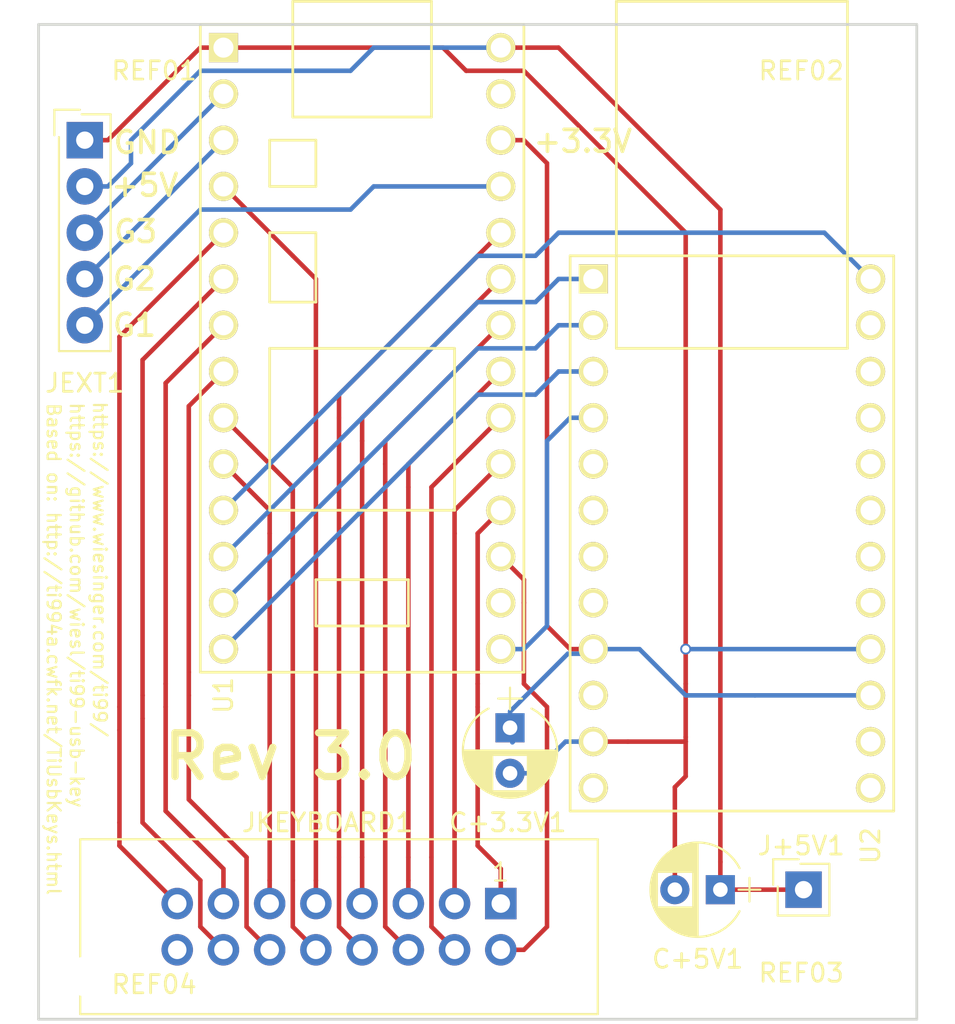
<source format=kicad_pcb>
(kicad_pcb (version 4) (host pcbnew 4.0.7)

  (general
    (links 34)
    (no_connects 0)
    (area 121.5514 74.626399 174.4586 131.188243)
    (thickness 1.6)
    (drawings 14)
    (tracks 166)
    (zones 0)
    (modules 11)
    (nets 45)
  )

  (page A4)
  (title_block
    (title TI99-usb-key)
    (date 2017-09-16)
    (rev 3.0)
  )

  (layers
    (0 F.Cu signal)
    (31 B.Cu signal)
    (32 B.Adhes user)
    (33 F.Adhes user)
    (34 B.Paste user)
    (35 F.Paste user)
    (36 B.SilkS user)
    (37 F.SilkS user)
    (38 B.Mask user)
    (39 F.Mask user)
    (40 Dwgs.User user)
    (41 Cmts.User user)
    (42 Eco1.User user)
    (43 Eco2.User user)
    (44 Edge.Cuts user)
    (45 Margin user)
    (46 B.CrtYd user)
    (47 F.CrtYd user)
    (48 B.Fab user)
    (49 F.Fab user)
  )

  (setup
    (last_trace_width 0.2286)
    (trace_clearance 0.2286)
    (zone_clearance 0.508)
    (zone_45_only no)
    (trace_min 0.2286)
    (segment_width 0.2)
    (edge_width 0.15)
    (via_size 0.6096)
    (via_drill 0.4064)
    (via_min_size 0.4064)
    (via_min_drill 0.3048)
    (uvia_size 0.3048)
    (uvia_drill 0.1016)
    (uvias_allowed no)
    (uvia_min_size 0.254)
    (uvia_min_drill 0.1016)
    (pcb_text_width 0.3)
    (pcb_text_size 1.5 1.5)
    (mod_edge_width 0.15)
    (mod_text_size 1 1)
    (mod_text_width 0.15)
    (pad_size 1.524 1.524)
    (pad_drill 0.762)
    (pad_to_mask_clearance 0.2)
    (aux_axis_origin 123.825 130.81)
    (grid_origin 123.825 130.81)
    (visible_elements 7FFFFFFF)
    (pcbplotparams
      (layerselection 0x010fc_80000001)
      (usegerberextensions true)
      (usegerberattributes true)
      (excludeedgelayer true)
      (linewidth 0.101600)
      (plotframeref false)
      (viasonmask false)
      (mode 1)
      (useauxorigin true)
      (hpglpennumber 1)
      (hpglpenspeed 20)
      (hpglpendiameter 15)
      (hpglpenoverlay 2)
      (psnegative false)
      (psa4output false)
      (plotreference true)
      (plotvalue true)
      (plotinvisibletext false)
      (padsonsilk false)
      (subtractmaskfromsilk true)
      (outputformat 1)
      (mirror false)
      (drillshape 0)
      (scaleselection 1)
      (outputdirectory gerber/))
  )

  (net 0 "")
  (net 1 +5V)
  (net 2 GND)
  (net 3 /INT5)
  (net 4 /INT6)
  (net 5 /2Y3)
  (net 6 /RESERVE2)
  (net 7 /G1)
  (net 8 /AGND)
  (net 9 /RESERVE1)
  (net 10 /G2)
  (net 11 /G3)
  (net 12 /INT8)
  (net 13 /INT4)
  (net 14 /INT3)
  (net 15 /P5)
  (net 16 /INT7)
  (net 17 /1Y1)
  (net 18 /1Y0)
  (net 19 /INT9)
  (net 20 /INT10)
  (net 21 /2Y0)
  (net 22 /2Y1)
  (net 23 /2Y2)
  (net 24 "Net-(JKEYBOARD1-Pad16)")
  (net 25 /SCK)
  (net 26 /MISO)
  (net 27 /+3.3V)
  (net 28 /MOSI)
  (net 29 /SS)
  (net 30 "Net-(U2-Pad5)")
  (net 31 "Net-(U2-Pad6)")
  (net 32 "Net-(U2-Pad7)")
  (net 33 "Net-(U2-Pad8)")
  (net 34 "Net-(U2-Pad10)")
  (net 35 "Net-(U2-Pad12)")
  (net 36 "Net-(U2-Pad13)")
  (net 37 "Net-(U2-Pad14)")
  (net 38 "Net-(U2-Pad17)")
  (net 39 "Net-(U2-Pad18)")
  (net 40 "Net-(U2-Pad19)")
  (net 41 "Net-(U2-Pad20)")
  (net 42 "Net-(U2-Pad21)")
  (net 43 "Net-(U2-Pad22)")
  (net 44 "Net-(U2-Pad23)")

  (net_class Default "This is the default net class."
    (clearance 0.2286)
    (trace_width 0.2286)
    (via_dia 0.6096)
    (via_drill 0.4064)
    (uvia_dia 0.3048)
    (uvia_drill 0.1016)
    (add_net +5V)
    (add_net /+3.3V)
    (add_net /1Y0)
    (add_net /1Y1)
    (add_net /2Y0)
    (add_net /2Y1)
    (add_net /2Y2)
    (add_net /2Y3)
    (add_net /AGND)
    (add_net /G1)
    (add_net /G2)
    (add_net /G3)
    (add_net /INT10)
    (add_net /INT3)
    (add_net /INT4)
    (add_net /INT5)
    (add_net /INT6)
    (add_net /INT7)
    (add_net /INT8)
    (add_net /INT9)
    (add_net /MISO)
    (add_net /MOSI)
    (add_net /P5)
    (add_net /RESERVE1)
    (add_net /RESERVE2)
    (add_net /SCK)
    (add_net /SS)
    (add_net GND)
    (add_net "Net-(JKEYBOARD1-Pad16)")
    (add_net "Net-(U2-Pad10)")
    (add_net "Net-(U2-Pad12)")
    (add_net "Net-(U2-Pad13)")
    (add_net "Net-(U2-Pad14)")
    (add_net "Net-(U2-Pad17)")
    (add_net "Net-(U2-Pad18)")
    (add_net "Net-(U2-Pad19)")
    (add_net "Net-(U2-Pad20)")
    (add_net "Net-(U2-Pad21)")
    (add_net "Net-(U2-Pad22)")
    (add_net "Net-(U2-Pad23)")
    (add_net "Net-(U2-Pad5)")
    (add_net "Net-(U2-Pad6)")
    (add_net "Net-(U2-Pad7)")
    (add_net "Net-(U2-Pad8)")
  )

  (module Mounting_Holes:MountingHole_2.2mm_M2 (layer F.Cu) (tedit 59BD38F0) (tstamp 59B065DA)
    (at 126.4285 128.4605)
    (descr "Mounting Hole 2.2mm, no annular, M2")
    (tags "mounting hole 2.2mm no annular m2")
    (fp_text reference REF04 (at 3.7465 0.4445 180) (layer F.SilkS)
      (effects (font (size 1 1) (thickness 0.15)))
    )
    (fp_text value MountingHole_2.2mm_M2 (at -3.8735 -9.017 90) (layer F.Fab)
      (effects (font (size 1 1) (thickness 0.15)))
    )
    (fp_circle (center 0 0) (end 2.2 0) (layer Cmts.User) (width 0.15))
    (fp_circle (center 0 0) (end 2.45 0) (layer F.CrtYd) (width 0.05))
    (pad 1 np_thru_hole circle (at 0 0) (size 2.2 2.2) (drill 2.2) (layers *.Cu *.Mask))
  )

  (module teensy_mod:Teensy30_31_32_LC_Small (layer F.Cu) (tedit 59AF8887) (tstamp 59AB1EC6)
    (at 141.605 93.98 270)
    (path /59AB20EF)
    (fp_text reference U1 (at 19.05 7.62 270) (layer F.SilkS)
      (effects (font (size 1 1) (thickness 0.15)))
    )
    (fp_text value Teensy3.2_Small (at 7.62 10.16 270) (layer F.Fab)
      (effects (font (size 1 1) (thickness 0.15)))
    )
    (fp_line (start -17.78 3.81) (end -19.05 3.81) (layer F.SilkS) (width 0.15))
    (fp_line (start -19.05 3.81) (end -19.05 -3.81) (layer F.SilkS) (width 0.15))
    (fp_line (start -19.05 -3.81) (end -17.78 -3.81) (layer F.SilkS) (width 0.15))
    (fp_line (start -6.35 5.08) (end -2.54 5.08) (layer F.SilkS) (width 0.15))
    (fp_line (start -2.54 5.08) (end -2.54 2.54) (layer F.SilkS) (width 0.15))
    (fp_line (start -2.54 2.54) (end -6.35 2.54) (layer F.SilkS) (width 0.15))
    (fp_line (start -6.35 2.54) (end -6.35 5.08) (layer F.SilkS) (width 0.15))
    (fp_line (start -12.7 3.81) (end -12.7 -3.81) (layer F.SilkS) (width 0.15))
    (fp_line (start -12.7 -3.81) (end -17.78 -3.81) (layer F.SilkS) (width 0.15))
    (fp_line (start -12.7 3.81) (end -17.78 3.81) (layer F.SilkS) (width 0.15))
    (fp_line (start -11.43 5.08) (end -8.89 5.08) (layer F.SilkS) (width 0.15))
    (fp_line (start -8.89 5.08) (end -8.89 2.54) (layer F.SilkS) (width 0.15))
    (fp_line (start -8.89 2.54) (end -11.43 2.54) (layer F.SilkS) (width 0.15))
    (fp_line (start -11.43 2.54) (end -11.43 5.08) (layer F.SilkS) (width 0.15))
    (fp_line (start 15.24 -2.54) (end 15.24 2.54) (layer F.SilkS) (width 0.15))
    (fp_line (start 15.24 2.54) (end 12.7 2.54) (layer F.SilkS) (width 0.15))
    (fp_line (start 12.7 2.54) (end 12.7 -2.54) (layer F.SilkS) (width 0.15))
    (fp_line (start 12.7 -2.54) (end 15.24 -2.54) (layer F.SilkS) (width 0.15))
    (fp_line (start 8.89 5.08) (end 8.89 -5.08) (layer F.SilkS) (width 0.15))
    (fp_line (start 0 -5.08) (end 0 5.08) (layer F.SilkS) (width 0.15))
    (fp_line (start 8.89 -5.08) (end 0 -5.08) (layer F.SilkS) (width 0.15))
    (fp_line (start 8.89 5.08) (end 0 5.08) (layer F.SilkS) (width 0.15))
    (fp_line (start -17.78 -8.89) (end 17.78 -8.89) (layer F.SilkS) (width 0.15))
    (fp_line (start 17.78 -8.89) (end 17.78 8.89) (layer F.SilkS) (width 0.15))
    (fp_line (start 17.78 8.89) (end -17.78 8.89) (layer F.SilkS) (width 0.15))
    (fp_line (start -17.78 8.89) (end -17.78 -8.89) (layer F.SilkS) (width 0.15))
    (pad 20 thru_hole circle (at 16.51 -7.62 270) (size 1.6 1.6) (drill 1.1) (layers *.Cu *.Mask F.SilkS)
      (net 25 /SCK))
    (pad 14 thru_hole circle (at 16.51 7.62 270) (size 1.6 1.6) (drill 1.1) (layers *.Cu *.Mask F.SilkS)
      (net 26 /MISO))
    (pad 21 thru_hole circle (at 13.97 -7.62 270) (size 1.6 1.6) (drill 1.1) (layers *.Cu *.Mask F.SilkS)
      (net 6 /RESERVE2))
    (pad 22 thru_hole circle (at 11.43 -7.62 270) (size 1.6 1.6) (drill 1.1) (layers *.Cu *.Mask F.SilkS)
      (net 4 /INT6))
    (pad 23 thru_hole circle (at 8.89 -7.62 270) (size 1.6 1.6) (drill 1.1) (layers *.Cu *.Mask F.SilkS)
      (net 3 /INT5))
    (pad 24 thru_hole circle (at 6.35 -7.62 270) (size 1.6 1.6) (drill 1.1) (layers *.Cu *.Mask F.SilkS)
      (net 12 /INT8))
    (pad 25 thru_hole circle (at 3.81 -7.62 270) (size 1.6 1.6) (drill 1.1) (layers *.Cu *.Mask F.SilkS)
      (net 13 /INT4))
    (pad 26 thru_hole circle (at 1.27 -7.62 270) (size 1.6 1.6) (drill 1.1) (layers *.Cu *.Mask F.SilkS)
      (net 14 /INT3))
    (pad 27 thru_hole circle (at -1.27 -7.62 270) (size 1.6 1.6) (drill 1.1) (layers *.Cu *.Mask F.SilkS)
      (net 15 /P5))
    (pad 28 thru_hole circle (at -3.81 -7.62 270) (size 1.6 1.6) (drill 1.1) (layers *.Cu *.Mask F.SilkS)
      (net 16 /INT7))
    (pad 29 thru_hole circle (at -6.35 -7.62 270) (size 1.6 1.6) (drill 1.1) (layers *.Cu *.Mask F.SilkS)
      (net 17 /1Y1))
    (pad 30 thru_hole circle (at -8.89 -7.62 270) (size 1.6 1.6) (drill 1.1) (layers *.Cu *.Mask F.SilkS)
      (net 7 /G1))
    (pad 31 thru_hole circle (at -11.43 -7.62 270) (size 1.6 1.6) (drill 1.1) (layers *.Cu *.Mask F.SilkS)
      (net 27 /+3.3V))
    (pad 32 thru_hole circle (at -13.97 -7.62 270) (size 1.6 1.6) (drill 1.1) (layers *.Cu *.Mask F.SilkS)
      (net 8 /AGND))
    (pad 33 thru_hole circle (at -16.51 -7.62 270) (size 1.6 1.6) (drill 1.1) (layers *.Cu *.Mask F.SilkS)
      (net 1 +5V))
    (pad 13 thru_hole circle (at 13.97 7.62 270) (size 1.6 1.6) (drill 1.1) (layers *.Cu *.Mask F.SilkS)
      (net 28 /MOSI))
    (pad 12 thru_hole circle (at 11.43 7.62 270) (size 1.6 1.6) (drill 1.1) (layers *.Cu *.Mask F.SilkS)
      (net 29 /SS))
    (pad 11 thru_hole circle (at 8.89 7.62 270) (size 1.6 1.6) (drill 1.1) (layers *.Cu *.Mask F.SilkS)
      (net 9 /RESERVE1))
    (pad 10 thru_hole circle (at 6.35 7.62 270) (size 1.6 1.6) (drill 1.1) (layers *.Cu *.Mask F.SilkS)
      (net 20 /INT10))
    (pad 9 thru_hole circle (at 3.81 7.62 270) (size 1.6 1.6) (drill 1.1) (layers *.Cu *.Mask F.SilkS)
      (net 19 /INT9))
    (pad 8 thru_hole circle (at 1.27 7.62 270) (size 1.6 1.6) (drill 1.1) (layers *.Cu *.Mask F.SilkS)
      (net 21 /2Y0))
    (pad 7 thru_hole circle (at -1.27 7.62 270) (size 1.6 1.6) (drill 1.1) (layers *.Cu *.Mask F.SilkS)
      (net 22 /2Y1))
    (pad 6 thru_hole circle (at -3.81 7.62 270) (size 1.6 1.6) (drill 1.1) (layers *.Cu *.Mask F.SilkS)
      (net 23 /2Y2))
    (pad 5 thru_hole circle (at -6.35 7.62 270) (size 1.6 1.6) (drill 1.1) (layers *.Cu *.Mask F.SilkS)
      (net 5 /2Y3))
    (pad 4 thru_hole circle (at -8.89 7.62 270) (size 1.6 1.6) (drill 1.1) (layers *.Cu *.Mask F.SilkS)
      (net 18 /1Y0))
    (pad 3 thru_hole circle (at -11.43 7.62 270) (size 1.6 1.6) (drill 1.1) (layers *.Cu *.Mask F.SilkS)
      (net 10 /G2))
    (pad 2 thru_hole circle (at -13.97 7.62 270) (size 1.6 1.6) (drill 1.1) (layers *.Cu *.Mask F.SilkS)
      (net 11 /G3))
    (pad 1 thru_hole rect (at -16.51 7.62 270) (size 1.6 1.6) (drill 1.1) (layers *.Cu *.Mask F.SilkS)
      (net 2 GND))
  )

  (module Connect:IDC_Header_Straight_16pins (layer F.Cu) (tedit 59BD384F) (tstamp 59AD99FD)
    (at 149.225 124.46 180)
    (descr "16 pins through hole IDC header")
    (tags "IDC header socket VASCH")
    (path /59AB0B15)
    (fp_text reference JKEYBOARD1 (at 9.525 4.445 180) (layer F.SilkS)
      (effects (font (size 1 1) (thickness 0.15)))
    )
    (fp_text value CONN_02X08 (at 8.89 5.223 180) (layer F.Fab)
      (effects (font (size 1 1) (thickness 0.15)))
    )
    (fp_line (start -5.08 -5.82) (end 22.86 -5.82) (layer F.Fab) (width 0.1))
    (fp_line (start -4.54 -5.27) (end 22.3 -5.27) (layer F.Fab) (width 0.1))
    (fp_line (start -5.08 3.28) (end 22.86 3.28) (layer F.Fab) (width 0.1))
    (fp_line (start -4.54 2.73) (end 6.64 2.73) (layer F.Fab) (width 0.1))
    (fp_line (start 11.14 2.73) (end 22.3 2.73) (layer F.Fab) (width 0.1))
    (fp_line (start 6.64 2.73) (end 6.64 3.28) (layer F.Fab) (width 0.1))
    (fp_line (start 11.14 2.73) (end 11.14 3.28) (layer F.Fab) (width 0.1))
    (fp_line (start -5.08 -5.82) (end -5.08 3.28) (layer F.Fab) (width 0.1))
    (fp_line (start -4.54 -5.27) (end -4.54 2.73) (layer F.Fab) (width 0.1))
    (fp_line (start 22.86 -5.82) (end 22.86 3.28) (layer F.Fab) (width 0.1))
    (fp_line (start 22.3 -5.27) (end 22.3 2.73) (layer F.Fab) (width 0.1))
    (fp_line (start -5.08 -5.82) (end -4.54 -5.27) (layer F.Fab) (width 0.1))
    (fp_line (start 22.86 -5.82) (end 22.3 -5.27) (layer F.Fab) (width 0.1))
    (fp_line (start -5.08 3.28) (end -4.54 2.73) (layer F.Fab) (width 0.1))
    (fp_line (start 22.86 3.28) (end 22.3 2.73) (layer F.Fab) (width 0.1))
    (fp_line (start -5.58 -6.32) (end 23.36 -6.32) (layer F.CrtYd) (width 0.05))
    (fp_line (start 23.36 -6.32) (end 23.36 3.78) (layer F.CrtYd) (width 0.05))
    (fp_line (start 23.36 3.78) (end -5.58 3.78) (layer F.CrtYd) (width 0.05))
    (fp_line (start -5.58 3.78) (end -5.58 -6.32) (layer F.CrtYd) (width 0.05))
    (fp_text user 1 (at 0.02 1.72 180) (layer F.SilkS)
      (effects (font (size 1 1) (thickness 0.12)))
    )
    (fp_line (start -5.33 -6.07) (end 23.11 -6.07) (layer F.SilkS) (width 0.12))
    (fp_line (start 23.11 -6.07) (end 23.11 3.53) (layer F.SilkS) (width 0.12))
    (fp_line (start 23.11 3.53) (end -5.33 3.53) (layer F.SilkS) (width 0.12))
    (fp_line (start -5.33 3.53) (end -5.33 -6.07) (layer F.SilkS) (width 0.12))
    (pad 1 thru_hole rect (at 0 0 180) (size 1.7272 1.7272) (drill 1.016) (layers *.Cu *.Mask)
      (net 3 /INT5))
    (pad 2 thru_hole oval (at 0 -2.54 180) (size 1.7272 1.7272) (drill 1.016) (layers *.Cu *.Mask)
      (net 4 /INT6))
    (pad 3 thru_hole oval (at 2.54 0 180) (size 1.7272 1.7272) (drill 1.016) (layers *.Cu *.Mask)
      (net 12 /INT8))
    (pad 4 thru_hole oval (at 2.54 -2.54 180) (size 1.7272 1.7272) (drill 1.016) (layers *.Cu *.Mask)
      (net 13 /INT4))
    (pad 5 thru_hole oval (at 5.08 0 180) (size 1.7272 1.7272) (drill 1.016) (layers *.Cu *.Mask)
      (net 14 /INT3))
    (pad 6 thru_hole oval (at 5.08 -2.54 180) (size 1.7272 1.7272) (drill 1.016) (layers *.Cu *.Mask)
      (net 15 /P5))
    (pad 7 thru_hole oval (at 7.62 0 180) (size 1.7272 1.7272) (drill 1.016) (layers *.Cu *.Mask)
      (net 16 /INT7))
    (pad 8 thru_hole oval (at 7.62 -2.54 180) (size 1.7272 1.7272) (drill 1.016) (layers *.Cu *.Mask)
      (net 17 /1Y1))
    (pad 9 thru_hole oval (at 10.16 0 180) (size 1.7272 1.7272) (drill 1.016) (layers *.Cu *.Mask)
      (net 18 /1Y0))
    (pad 10 thru_hole oval (at 10.16 -2.54 180) (size 1.7272 1.7272) (drill 1.016) (layers *.Cu *.Mask)
      (net 19 /INT9))
    (pad 11 thru_hole oval (at 12.7 0 180) (size 1.7272 1.7272) (drill 1.016) (layers *.Cu *.Mask)
      (net 20 /INT10))
    (pad 12 thru_hole oval (at 12.7 -2.54 180) (size 1.7272 1.7272) (drill 1.016) (layers *.Cu *.Mask)
      (net 21 /2Y0))
    (pad 13 thru_hole oval (at 15.24 0 180) (size 1.7272 1.7272) (drill 1.016) (layers *.Cu *.Mask)
      (net 22 /2Y1))
    (pad 14 thru_hole oval (at 15.24 -2.54 180) (size 1.7272 1.7272) (drill 1.016) (layers *.Cu *.Mask)
      (net 23 /2Y2))
    (pad 15 thru_hole oval (at 17.78 0 180) (size 1.7272 1.7272) (drill 1.016) (layers *.Cu *.Mask)
      (net 5 /2Y3))
    (pad 16 thru_hole oval (at 17.78 -2.54 180) (size 1.7272 1.7272) (drill 1.016) (layers *.Cu *.Mask)
      (net 24 "Net-(JKEYBOARD1-Pad16)"))
  )

  (module Mounting_Holes:MountingHole_2.2mm_M2 (layer F.Cu) (tedit 59BD38BF) (tstamp 59AE390E)
    (at 169.545 128.27)
    (descr "Mounting Hole 2.2mm, no annular, M2")
    (tags "mounting hole 2.2mm no annular m2")
    (fp_text reference REF03 (at -3.81 0 180) (layer F.SilkS)
      (effects (font (size 1 1) (thickness 0.15)))
    )
    (fp_text value MountingHole_2.2mm_M2 (at 3.683 -6.6675 90) (layer F.Fab)
      (effects (font (size 1 1) (thickness 0.15)))
    )
    (fp_circle (center 0 0) (end 2.2 0) (layer Cmts.User) (width 0.15))
    (fp_circle (center 0 0) (end 2.45 0) (layer F.CrtYd) (width 0.05))
    (pad 1 np_thru_hole circle (at 0 0) (size 2.2 2.2) (drill 2.2) (layers *.Cu *.Mask))
  )

  (module Mounting_Holes:MountingHole_2.2mm_M2 (layer F.Cu) (tedit 59BD38CF) (tstamp 59AE395D)
    (at 169.545 78.74)
    (descr "Mounting Hole 2.2mm, no annular, M2")
    (tags "mounting hole 2.2mm no annular m2")
    (fp_text reference REF02 (at -3.81 0) (layer F.SilkS)
      (effects (font (size 1 1) (thickness 0.15)))
    )
    (fp_text value MountingHole_2.2mm_M2 (at 3.81 6.35 90) (layer F.Fab)
      (effects (font (size 1 1) (thickness 0.15)))
    )
    (fp_circle (center 0 0) (end 2.2 0) (layer Cmts.User) (width 0.15))
    (fp_circle (center 0 0) (end 2.45 0) (layer F.CrtYd) (width 0.05))
    (pad 1 np_thru_hole circle (at 0 0) (size 2.2 2.2) (drill 2.2) (layers *.Cu *.Mask))
  )

  (module Mounting_Holes:MountingHole_2.2mm_M2 (layer F.Cu) (tedit 59BD3816) (tstamp 59AE3967)
    (at 126.365 78.74)
    (descr "Mounting Hole 2.2mm, no annular, M2")
    (tags "mounting hole 2.2mm no annular m2")
    (fp_text reference REF01 (at 3.81 0) (layer F.SilkS)
      (effects (font (size 1 1) (thickness 0.15)))
    )
    (fp_text value MountingHole_2.2mm_M2 (at -3.81 6.985 90) (layer F.Fab)
      (effects (font (size 1 1) (thickness 0.15)))
    )
    (fp_circle (center 0 0) (end 2.2 0) (layer Cmts.User) (width 0.15))
    (fp_circle (center 0 0) (end 2.45 0) (layer F.CrtYd) (width 0.05))
    (pad 1 np_thru_hole circle (at 0 0) (size 2.2 2.2) (drill 2.2) (layers *.Cu *.Mask))
  )

  (module Connectors_Samtec:SL-105-X-XX_1x05 (layer F.Cu) (tedit 59BD3827) (tstamp 59AEEC58)
    (at 126.365 82.55)
    (descr "Low profile, screw machine socket strip, through hole, 100mil / 2.54mm pitch")
    (tags "samtec socket strip tht single")
    (path /59ADAAAE)
    (fp_text reference JEXT1 (at 0 13.335 180) (layer F.SilkS)
      (effects (font (size 1 1) (thickness 0.15)))
    )
    (fp_text value Conn_01x05 (at 2.27 5.08 90) (layer F.Fab)
      (effects (font (size 1 1) (thickness 0.15)))
    )
    (fp_line (start -0.17 -1.42) (end 1.42 -1.42) (layer F.SilkS) (width 0.12))
    (fp_line (start 1.42 -1.42) (end 1.42 11.58) (layer F.SilkS) (width 0.12))
    (fp_line (start 1.42 11.58) (end -1.42 11.58) (layer F.SilkS) (width 0.12))
    (fp_line (start -1.42 11.58) (end -1.42 -0.17) (layer F.SilkS) (width 0.12))
    (fp_line (start -0.27 -1.67) (end -1.67 -1.67) (layer F.SilkS) (width 0.12))
    (fp_line (start -1.67 -1.67) (end -1.67 -0.27) (layer F.SilkS) (width 0.12))
    (fp_line (start -0.27 -1.67) (end -1.67 -1.67) (layer F.Fab) (width 0.1))
    (fp_line (start -1.67 -1.67) (end -1.67 -0.27) (layer F.Fab) (width 0.1))
    (fp_line (start -1.27 -1.27) (end -1.27 11.43) (layer F.Fab) (width 0.1))
    (fp_line (start -1.27 11.43) (end 1.27 11.43) (layer F.Fab) (width 0.1))
    (fp_line (start 1.27 11.43) (end 1.27 -1.27) (layer F.Fab) (width 0.1))
    (fp_line (start 1.27 -1.27) (end -1.27 -1.27) (layer F.Fab) (width 0.1))
    (fp_line (start -1.77 -1.77) (end -1.77 11.93) (layer F.CrtYd) (width 0.05))
    (fp_line (start -1.77 11.93) (end 1.77 11.93) (layer F.CrtYd) (width 0.05))
    (fp_line (start 1.77 11.93) (end 1.77 -1.77) (layer F.CrtYd) (width 0.05))
    (fp_line (start 1.77 -1.77) (end -1.77 -1.77) (layer F.CrtYd) (width 0.05))
    (fp_line (start -1.27 1.27) (end -1.07 1.27) (layer F.Fab) (width 0.1))
    (fp_line (start 1.27 1.27) (end 1.07 1.27) (layer F.Fab) (width 0.1))
    (fp_line (start -1.27 3.81) (end -1.07 3.81) (layer F.Fab) (width 0.1))
    (fp_line (start 1.27 3.81) (end 1.07 3.81) (layer F.Fab) (width 0.1))
    (fp_line (start -1.27 6.35) (end -1.07 6.35) (layer F.Fab) (width 0.1))
    (fp_line (start 1.27 6.35) (end 1.07 6.35) (layer F.Fab) (width 0.1))
    (fp_line (start -1.27 8.89) (end -1.07 8.89) (layer F.Fab) (width 0.1))
    (fp_line (start 1.27 8.89) (end 1.07 8.89) (layer F.Fab) (width 0.1))
    (fp_line (start -1.27 11.43) (end -1.07 11.43) (layer F.Fab) (width 0.1))
    (fp_line (start 1.27 11.43) (end 1.07 11.43) (layer F.Fab) (width 0.1))
    (fp_text user %R (at 0 13.335 180) (layer F.Fab)
      (effects (font (size 1 1) (thickness 0.15)))
    )
    (pad 1 thru_hole rect (at 0 0) (size 2 2) (drill 0.95) (layers *.Cu *.Mask)
      (net 2 GND))
    (pad 2 thru_hole circle (at 0 2.54) (size 2 2) (drill 0.95) (layers *.Cu *.Mask)
      (net 1 +5V))
    (pad 3 thru_hole circle (at 0 5.08) (size 2 2) (drill 0.95) (layers *.Cu *.Mask)
      (net 11 /G3))
    (pad 4 thru_hole circle (at 0 7.62) (size 2 2) (drill 0.95) (layers *.Cu *.Mask)
      (net 10 /G2))
    (pad 5 thru_hole circle (at 0 10.16) (size 2 2) (drill 0.95) (layers *.Cu *.Mask)
      (net 7 /G1))
    (model ${KISYS3DMOD}/Connectors_Samtec.3dshapes/SL-105-X-XX_1x05.wrl
      (at (xyz 0 0 0))
      (scale (xyz 1 1 1))
      (rotate (xyz 0 0 0))
    )
  )

  (module UHS_mini_pro:UHS_mini_pro (layer F.Cu) (tedit 59BD3887) (tstamp 59B05762)
    (at 161.925 104.14 270)
    (path /59B05092)
    (fp_text reference U2 (at 17.145 -7.62 270) (layer F.SilkS)
      (effects (font (size 1 1) (thickness 0.15)))
    )
    (fp_text value UHS_mini_pro (at 2.54 10.16 270) (layer F.Fab)
      (effects (font (size 1 1) (thickness 0.15)))
    )
    (fp_line (start -10.16 -6.35) (end -29.21 -6.35) (layer F.SilkS) (width 0.15))
    (fp_line (start -29.21 -6.35) (end -29.21 6.35) (layer F.SilkS) (width 0.15))
    (fp_line (start -29.21 6.35) (end -10.16 6.35) (layer F.SilkS) (width 0.15))
    (fp_line (start -10.16 -6.35) (end -10.16 6.35) (layer F.SilkS) (width 0.15))
    (fp_line (start -15.24 8.89) (end 15.24 8.89) (layer F.SilkS) (width 0.15))
    (fp_line (start -15.24 -8.89) (end 15.24 -8.89) (layer F.SilkS) (width 0.15))
    (fp_line (start 15.24 -8.89) (end 15.24 8.89) (layer F.SilkS) (width 0.15))
    (fp_line (start -15.24 8.89) (end -15.24 -8.89) (layer F.SilkS) (width 0.15))
    (pad 1 thru_hole rect (at -13.97 7.62 270) (size 1.6 1.6) (drill 1.1) (layers *.Cu *.Mask F.SilkS)
      (net 29 /SS))
    (pad 2 thru_hole circle (at -11.43 7.62 270) (size 1.6 1.6) (drill 1.1) (layers *.Cu *.Mask F.SilkS)
      (net 28 /MOSI))
    (pad 3 thru_hole circle (at -8.89 7.62 270) (size 1.6 1.6) (drill 1.1) (layers *.Cu *.Mask F.SilkS)
      (net 26 /MISO))
    (pad 4 thru_hole circle (at -6.35 7.62 270) (size 1.6 1.6) (drill 1.1) (layers *.Cu *.Mask F.SilkS)
      (net 25 /SCK))
    (pad 5 thru_hole circle (at -3.81 7.62 270) (size 1.6 1.6) (drill 1.1) (layers *.Cu *.Mask F.SilkS)
      (net 30 "Net-(U2-Pad5)"))
    (pad 6 thru_hole circle (at -1.27 7.62 270) (size 1.6 1.6) (drill 1.1) (layers *.Cu *.Mask F.SilkS)
      (net 31 "Net-(U2-Pad6)"))
    (pad 7 thru_hole circle (at 1.27 7.62 270) (size 1.6 1.6) (drill 1.1) (layers *.Cu *.Mask F.SilkS)
      (net 32 "Net-(U2-Pad7)"))
    (pad 8 thru_hole circle (at 3.81 7.62 270) (size 1.6 1.6) (drill 1.1) (layers *.Cu *.Mask F.SilkS)
      (net 33 "Net-(U2-Pad8)"))
    (pad 9 thru_hole circle (at 6.35 7.62 270) (size 1.6 1.6) (drill 1.1) (layers *.Cu *.Mask F.SilkS)
      (net 27 /+3.3V))
    (pad 10 thru_hole circle (at 8.89 7.62 270) (size 1.6 1.6) (drill 1.1) (layers *.Cu *.Mask F.SilkS)
      (net 34 "Net-(U2-Pad10)"))
    (pad 11 thru_hole circle (at 11.43 7.62 270) (size 1.6 1.6) (drill 1.1) (layers *.Cu *.Mask F.SilkS)
      (net 2 GND))
    (pad 12 thru_hole circle (at 13.97 7.62 270) (size 1.6 1.6) (drill 1.1) (layers *.Cu *.Mask F.SilkS)
      (net 35 "Net-(U2-Pad12)"))
    (pad 13 thru_hole circle (at 13.97 -7.62 270) (size 1.6 1.6) (drill 1.1) (layers *.Cu *.Mask F.SilkS)
      (net 36 "Net-(U2-Pad13)"))
    (pad 14 thru_hole circle (at 11.43 -7.62 270) (size 1.6 1.6) (drill 1.1) (layers *.Cu *.Mask F.SilkS)
      (net 37 "Net-(U2-Pad14)"))
    (pad 15 thru_hole circle (at 8.89 -7.62 270) (size 1.6 1.6) (drill 1.1) (layers *.Cu *.Mask F.SilkS)
      (net 27 /+3.3V))
    (pad 16 thru_hole circle (at 6.35 -7.62 270) (size 1.6 1.6) (drill 1.1) (layers *.Cu *.Mask F.SilkS)
      (net 2 GND))
    (pad 17 thru_hole circle (at 3.81 -7.62 270) (size 1.6 1.6) (drill 1.1) (layers *.Cu *.Mask F.SilkS)
      (net 38 "Net-(U2-Pad17)"))
    (pad 18 thru_hole circle (at 1.27 -7.62 270) (size 1.6 1.6) (drill 1.1) (layers *.Cu *.Mask F.SilkS)
      (net 39 "Net-(U2-Pad18)"))
    (pad 19 thru_hole circle (at -1.27 -7.62 270) (size 1.6 1.6) (drill 1.1) (layers *.Cu *.Mask F.SilkS)
      (net 40 "Net-(U2-Pad19)"))
    (pad 20 thru_hole circle (at -3.81 -7.62 270) (size 1.6 1.6) (drill 1.1) (layers *.Cu *.Mask F.SilkS)
      (net 41 "Net-(U2-Pad20)"))
    (pad 21 thru_hole circle (at -6.35 -7.62 270) (size 1.6 1.6) (drill 1.1) (layers *.Cu *.Mask F.SilkS)
      (net 42 "Net-(U2-Pad21)"))
    (pad 22 thru_hole circle (at -8.89 -7.62 270) (size 1.6 1.6) (drill 1.1) (layers *.Cu *.Mask F.SilkS)
      (net 43 "Net-(U2-Pad22)"))
    (pad 23 thru_hole circle (at -11.43 -7.62 270) (size 1.6 1.6) (drill 1.1) (layers *.Cu *.Mask F.SilkS)
      (net 44 "Net-(U2-Pad23)"))
    (pad 24 thru_hole circle (at -13.97 -7.62 270) (size 1.6 1.6) (drill 1.1) (layers *.Cu *.Mask F.SilkS)
      (net 9 /RESERVE1))
  )

  (module Capacitors_THT:CP_Radial_D5.0mm_P2.50mm (layer F.Cu) (tedit 59B05A36) (tstamp 59B05914)
    (at 161.29 123.698 180)
    (descr "CP, Radial series, Radial, pin pitch=2.50mm, , diameter=5mm, Electrolytic Capacitor")
    (tags "CP Radial series Radial pin pitch 2.50mm  diameter 5mm Electrolytic Capacitor")
    (path /59AB266F)
    (fp_text reference C+5V1 (at 1.25 -3.81 180) (layer F.SilkS)
      (effects (font (size 1 1) (thickness 0.15)))
    )
    (fp_text value 10uF (at 4.953 0.254 270) (layer F.Fab)
      (effects (font (size 1 1) (thickness 0.15)))
    )
    (fp_arc (start 1.25 0) (end -1.05558 -1.18) (angle 125.8) (layer F.SilkS) (width 0.12))
    (fp_arc (start 1.25 0) (end -1.05558 1.18) (angle -125.8) (layer F.SilkS) (width 0.12))
    (fp_arc (start 1.25 0) (end 3.55558 -1.18) (angle 54.2) (layer F.SilkS) (width 0.12))
    (fp_circle (center 1.25 0) (end 3.75 0) (layer F.Fab) (width 0.1))
    (fp_line (start -2.2 0) (end -1 0) (layer F.Fab) (width 0.1))
    (fp_line (start -1.6 -0.65) (end -1.6 0.65) (layer F.Fab) (width 0.1))
    (fp_line (start 1.25 -2.55) (end 1.25 2.55) (layer F.SilkS) (width 0.12))
    (fp_line (start 1.29 -2.55) (end 1.29 2.55) (layer F.SilkS) (width 0.12))
    (fp_line (start 1.33 -2.549) (end 1.33 2.549) (layer F.SilkS) (width 0.12))
    (fp_line (start 1.37 -2.548) (end 1.37 2.548) (layer F.SilkS) (width 0.12))
    (fp_line (start 1.41 -2.546) (end 1.41 2.546) (layer F.SilkS) (width 0.12))
    (fp_line (start 1.45 -2.543) (end 1.45 2.543) (layer F.SilkS) (width 0.12))
    (fp_line (start 1.49 -2.539) (end 1.49 2.539) (layer F.SilkS) (width 0.12))
    (fp_line (start 1.53 -2.535) (end 1.53 -0.98) (layer F.SilkS) (width 0.12))
    (fp_line (start 1.53 0.98) (end 1.53 2.535) (layer F.SilkS) (width 0.12))
    (fp_line (start 1.57 -2.531) (end 1.57 -0.98) (layer F.SilkS) (width 0.12))
    (fp_line (start 1.57 0.98) (end 1.57 2.531) (layer F.SilkS) (width 0.12))
    (fp_line (start 1.61 -2.525) (end 1.61 -0.98) (layer F.SilkS) (width 0.12))
    (fp_line (start 1.61 0.98) (end 1.61 2.525) (layer F.SilkS) (width 0.12))
    (fp_line (start 1.65 -2.519) (end 1.65 -0.98) (layer F.SilkS) (width 0.12))
    (fp_line (start 1.65 0.98) (end 1.65 2.519) (layer F.SilkS) (width 0.12))
    (fp_line (start 1.69 -2.513) (end 1.69 -0.98) (layer F.SilkS) (width 0.12))
    (fp_line (start 1.69 0.98) (end 1.69 2.513) (layer F.SilkS) (width 0.12))
    (fp_line (start 1.73 -2.506) (end 1.73 -0.98) (layer F.SilkS) (width 0.12))
    (fp_line (start 1.73 0.98) (end 1.73 2.506) (layer F.SilkS) (width 0.12))
    (fp_line (start 1.77 -2.498) (end 1.77 -0.98) (layer F.SilkS) (width 0.12))
    (fp_line (start 1.77 0.98) (end 1.77 2.498) (layer F.SilkS) (width 0.12))
    (fp_line (start 1.81 -2.489) (end 1.81 -0.98) (layer F.SilkS) (width 0.12))
    (fp_line (start 1.81 0.98) (end 1.81 2.489) (layer F.SilkS) (width 0.12))
    (fp_line (start 1.85 -2.48) (end 1.85 -0.98) (layer F.SilkS) (width 0.12))
    (fp_line (start 1.85 0.98) (end 1.85 2.48) (layer F.SilkS) (width 0.12))
    (fp_line (start 1.89 -2.47) (end 1.89 -0.98) (layer F.SilkS) (width 0.12))
    (fp_line (start 1.89 0.98) (end 1.89 2.47) (layer F.SilkS) (width 0.12))
    (fp_line (start 1.93 -2.46) (end 1.93 -0.98) (layer F.SilkS) (width 0.12))
    (fp_line (start 1.93 0.98) (end 1.93 2.46) (layer F.SilkS) (width 0.12))
    (fp_line (start 1.971 -2.448) (end 1.971 -0.98) (layer F.SilkS) (width 0.12))
    (fp_line (start 1.971 0.98) (end 1.971 2.448) (layer F.SilkS) (width 0.12))
    (fp_line (start 2.011 -2.436) (end 2.011 -0.98) (layer F.SilkS) (width 0.12))
    (fp_line (start 2.011 0.98) (end 2.011 2.436) (layer F.SilkS) (width 0.12))
    (fp_line (start 2.051 -2.424) (end 2.051 -0.98) (layer F.SilkS) (width 0.12))
    (fp_line (start 2.051 0.98) (end 2.051 2.424) (layer F.SilkS) (width 0.12))
    (fp_line (start 2.091 -2.41) (end 2.091 -0.98) (layer F.SilkS) (width 0.12))
    (fp_line (start 2.091 0.98) (end 2.091 2.41) (layer F.SilkS) (width 0.12))
    (fp_line (start 2.131 -2.396) (end 2.131 -0.98) (layer F.SilkS) (width 0.12))
    (fp_line (start 2.131 0.98) (end 2.131 2.396) (layer F.SilkS) (width 0.12))
    (fp_line (start 2.171 -2.382) (end 2.171 -0.98) (layer F.SilkS) (width 0.12))
    (fp_line (start 2.171 0.98) (end 2.171 2.382) (layer F.SilkS) (width 0.12))
    (fp_line (start 2.211 -2.366) (end 2.211 -0.98) (layer F.SilkS) (width 0.12))
    (fp_line (start 2.211 0.98) (end 2.211 2.366) (layer F.SilkS) (width 0.12))
    (fp_line (start 2.251 -2.35) (end 2.251 -0.98) (layer F.SilkS) (width 0.12))
    (fp_line (start 2.251 0.98) (end 2.251 2.35) (layer F.SilkS) (width 0.12))
    (fp_line (start 2.291 -2.333) (end 2.291 -0.98) (layer F.SilkS) (width 0.12))
    (fp_line (start 2.291 0.98) (end 2.291 2.333) (layer F.SilkS) (width 0.12))
    (fp_line (start 2.331 -2.315) (end 2.331 -0.98) (layer F.SilkS) (width 0.12))
    (fp_line (start 2.331 0.98) (end 2.331 2.315) (layer F.SilkS) (width 0.12))
    (fp_line (start 2.371 -2.296) (end 2.371 -0.98) (layer F.SilkS) (width 0.12))
    (fp_line (start 2.371 0.98) (end 2.371 2.296) (layer F.SilkS) (width 0.12))
    (fp_line (start 2.411 -2.276) (end 2.411 -0.98) (layer F.SilkS) (width 0.12))
    (fp_line (start 2.411 0.98) (end 2.411 2.276) (layer F.SilkS) (width 0.12))
    (fp_line (start 2.451 -2.256) (end 2.451 -0.98) (layer F.SilkS) (width 0.12))
    (fp_line (start 2.451 0.98) (end 2.451 2.256) (layer F.SilkS) (width 0.12))
    (fp_line (start 2.491 -2.234) (end 2.491 -0.98) (layer F.SilkS) (width 0.12))
    (fp_line (start 2.491 0.98) (end 2.491 2.234) (layer F.SilkS) (width 0.12))
    (fp_line (start 2.531 -2.212) (end 2.531 -0.98) (layer F.SilkS) (width 0.12))
    (fp_line (start 2.531 0.98) (end 2.531 2.212) (layer F.SilkS) (width 0.12))
    (fp_line (start 2.571 -2.189) (end 2.571 -0.98) (layer F.SilkS) (width 0.12))
    (fp_line (start 2.571 0.98) (end 2.571 2.189) (layer F.SilkS) (width 0.12))
    (fp_line (start 2.611 -2.165) (end 2.611 -0.98) (layer F.SilkS) (width 0.12))
    (fp_line (start 2.611 0.98) (end 2.611 2.165) (layer F.SilkS) (width 0.12))
    (fp_line (start 2.651 -2.14) (end 2.651 -0.98) (layer F.SilkS) (width 0.12))
    (fp_line (start 2.651 0.98) (end 2.651 2.14) (layer F.SilkS) (width 0.12))
    (fp_line (start 2.691 -2.113) (end 2.691 -0.98) (layer F.SilkS) (width 0.12))
    (fp_line (start 2.691 0.98) (end 2.691 2.113) (layer F.SilkS) (width 0.12))
    (fp_line (start 2.731 -2.086) (end 2.731 -0.98) (layer F.SilkS) (width 0.12))
    (fp_line (start 2.731 0.98) (end 2.731 2.086) (layer F.SilkS) (width 0.12))
    (fp_line (start 2.771 -2.058) (end 2.771 -0.98) (layer F.SilkS) (width 0.12))
    (fp_line (start 2.771 0.98) (end 2.771 2.058) (layer F.SilkS) (width 0.12))
    (fp_line (start 2.811 -2.028) (end 2.811 -0.98) (layer F.SilkS) (width 0.12))
    (fp_line (start 2.811 0.98) (end 2.811 2.028) (layer F.SilkS) (width 0.12))
    (fp_line (start 2.851 -1.997) (end 2.851 -0.98) (layer F.SilkS) (width 0.12))
    (fp_line (start 2.851 0.98) (end 2.851 1.997) (layer F.SilkS) (width 0.12))
    (fp_line (start 2.891 -1.965) (end 2.891 -0.98) (layer F.SilkS) (width 0.12))
    (fp_line (start 2.891 0.98) (end 2.891 1.965) (layer F.SilkS) (width 0.12))
    (fp_line (start 2.931 -1.932) (end 2.931 -0.98) (layer F.SilkS) (width 0.12))
    (fp_line (start 2.931 0.98) (end 2.931 1.932) (layer F.SilkS) (width 0.12))
    (fp_line (start 2.971 -1.897) (end 2.971 -0.98) (layer F.SilkS) (width 0.12))
    (fp_line (start 2.971 0.98) (end 2.971 1.897) (layer F.SilkS) (width 0.12))
    (fp_line (start 3.011 -1.861) (end 3.011 -0.98) (layer F.SilkS) (width 0.12))
    (fp_line (start 3.011 0.98) (end 3.011 1.861) (layer F.SilkS) (width 0.12))
    (fp_line (start 3.051 -1.823) (end 3.051 -0.98) (layer F.SilkS) (width 0.12))
    (fp_line (start 3.051 0.98) (end 3.051 1.823) (layer F.SilkS) (width 0.12))
    (fp_line (start 3.091 -1.783) (end 3.091 -0.98) (layer F.SilkS) (width 0.12))
    (fp_line (start 3.091 0.98) (end 3.091 1.783) (layer F.SilkS) (width 0.12))
    (fp_line (start 3.131 -1.742) (end 3.131 -0.98) (layer F.SilkS) (width 0.12))
    (fp_line (start 3.131 0.98) (end 3.131 1.742) (layer F.SilkS) (width 0.12))
    (fp_line (start 3.171 -1.699) (end 3.171 -0.98) (layer F.SilkS) (width 0.12))
    (fp_line (start 3.171 0.98) (end 3.171 1.699) (layer F.SilkS) (width 0.12))
    (fp_line (start 3.211 -1.654) (end 3.211 -0.98) (layer F.SilkS) (width 0.12))
    (fp_line (start 3.211 0.98) (end 3.211 1.654) (layer F.SilkS) (width 0.12))
    (fp_line (start 3.251 -1.606) (end 3.251 -0.98) (layer F.SilkS) (width 0.12))
    (fp_line (start 3.251 0.98) (end 3.251 1.606) (layer F.SilkS) (width 0.12))
    (fp_line (start 3.291 -1.556) (end 3.291 -0.98) (layer F.SilkS) (width 0.12))
    (fp_line (start 3.291 0.98) (end 3.291 1.556) (layer F.SilkS) (width 0.12))
    (fp_line (start 3.331 -1.504) (end 3.331 -0.98) (layer F.SilkS) (width 0.12))
    (fp_line (start 3.331 0.98) (end 3.331 1.504) (layer F.SilkS) (width 0.12))
    (fp_line (start 3.371 -1.448) (end 3.371 -0.98) (layer F.SilkS) (width 0.12))
    (fp_line (start 3.371 0.98) (end 3.371 1.448) (layer F.SilkS) (width 0.12))
    (fp_line (start 3.411 -1.39) (end 3.411 -0.98) (layer F.SilkS) (width 0.12))
    (fp_line (start 3.411 0.98) (end 3.411 1.39) (layer F.SilkS) (width 0.12))
    (fp_line (start 3.451 -1.327) (end 3.451 -0.98) (layer F.SilkS) (width 0.12))
    (fp_line (start 3.451 0.98) (end 3.451 1.327) (layer F.SilkS) (width 0.12))
    (fp_line (start 3.491 -1.261) (end 3.491 1.261) (layer F.SilkS) (width 0.12))
    (fp_line (start 3.531 -1.189) (end 3.531 1.189) (layer F.SilkS) (width 0.12))
    (fp_line (start 3.571 -1.112) (end 3.571 1.112) (layer F.SilkS) (width 0.12))
    (fp_line (start 3.611 -1.028) (end 3.611 1.028) (layer F.SilkS) (width 0.12))
    (fp_line (start 3.651 -0.934) (end 3.651 0.934) (layer F.SilkS) (width 0.12))
    (fp_line (start 3.691 -0.829) (end 3.691 0.829) (layer F.SilkS) (width 0.12))
    (fp_line (start 3.731 -0.707) (end 3.731 0.707) (layer F.SilkS) (width 0.12))
    (fp_line (start 3.771 -0.559) (end 3.771 0.559) (layer F.SilkS) (width 0.12))
    (fp_line (start 3.811 -0.354) (end 3.811 0.354) (layer F.SilkS) (width 0.12))
    (fp_line (start -2.2 0) (end -1 0) (layer F.SilkS) (width 0.12))
    (fp_line (start -1.6 -0.65) (end -1.6 0.65) (layer F.SilkS) (width 0.12))
    (fp_line (start -1.6 -2.85) (end -1.6 2.85) (layer F.CrtYd) (width 0.05))
    (fp_line (start -1.6 2.85) (end 4.1 2.85) (layer F.CrtYd) (width 0.05))
    (fp_line (start 4.1 2.85) (end 4.1 -2.85) (layer F.CrtYd) (width 0.05))
    (fp_line (start 4.1 -2.85) (end -1.6 -2.85) (layer F.CrtYd) (width 0.05))
    (fp_text user %R (at 1.27 -3.81 180) (layer F.Fab)
      (effects (font (size 1 1) (thickness 0.15)))
    )
    (pad 1 thru_hole rect (at 0 0 180) (size 1.6 1.6) (drill 0.8) (layers *.Cu *.Mask)
      (net 1 +5V))
    (pad 2 thru_hole circle (at 2.5 0 180) (size 1.6 1.6) (drill 0.8) (layers *.Cu *.Mask)
      (net 2 GND))
    (model ${KISYS3DMOD}/Capacitors_THT.3dshapes/CP_Radial_D5.0mm_P2.50mm.wrl
      (at (xyz 0 0 0))
      (scale (xyz 1 1 1))
      (rotate (xyz 0 0 0))
    )
  )

  (module Capacitors_THT:CP_Radial_D5.0mm_P2.50mm (layer F.Cu) (tedit 59B059C1) (tstamp 59B05B59)
    (at 149.733 114.808 270)
    (descr "CP, Radial series, Radial, pin pitch=2.50mm, , diameter=5mm, Electrolytic Capacitor")
    (tags "CP Radial series Radial pin pitch 2.50mm  diameter 5mm Electrolytic Capacitor")
    (path /59B05B6E)
    (fp_text reference C+3.3V1 (at 5.207 0.127 360) (layer F.SilkS)
      (effects (font (size 1 1) (thickness 0.15)))
    )
    (fp_text value 10uF (at 1.25 3.81 270) (layer F.Fab)
      (effects (font (size 1 1) (thickness 0.15)))
    )
    (fp_arc (start 1.25 0) (end -1.05558 -1.18) (angle 125.8) (layer F.SilkS) (width 0.12))
    (fp_arc (start 1.25 0) (end -1.05558 1.18) (angle -125.8) (layer F.SilkS) (width 0.12))
    (fp_arc (start 1.25 0) (end 3.55558 -1.18) (angle 54.2) (layer F.SilkS) (width 0.12))
    (fp_circle (center 1.25 0) (end 3.75 0) (layer F.Fab) (width 0.1))
    (fp_line (start -2.2 0) (end -1 0) (layer F.Fab) (width 0.1))
    (fp_line (start -1.6 -0.65) (end -1.6 0.65) (layer F.Fab) (width 0.1))
    (fp_line (start 1.25 -2.55) (end 1.25 2.55) (layer F.SilkS) (width 0.12))
    (fp_line (start 1.29 -2.55) (end 1.29 2.55) (layer F.SilkS) (width 0.12))
    (fp_line (start 1.33 -2.549) (end 1.33 2.549) (layer F.SilkS) (width 0.12))
    (fp_line (start 1.37 -2.548) (end 1.37 2.548) (layer F.SilkS) (width 0.12))
    (fp_line (start 1.41 -2.546) (end 1.41 2.546) (layer F.SilkS) (width 0.12))
    (fp_line (start 1.45 -2.543) (end 1.45 2.543) (layer F.SilkS) (width 0.12))
    (fp_line (start 1.49 -2.539) (end 1.49 2.539) (layer F.SilkS) (width 0.12))
    (fp_line (start 1.53 -2.535) (end 1.53 -0.98) (layer F.SilkS) (width 0.12))
    (fp_line (start 1.53 0.98) (end 1.53 2.535) (layer F.SilkS) (width 0.12))
    (fp_line (start 1.57 -2.531) (end 1.57 -0.98) (layer F.SilkS) (width 0.12))
    (fp_line (start 1.57 0.98) (end 1.57 2.531) (layer F.SilkS) (width 0.12))
    (fp_line (start 1.61 -2.525) (end 1.61 -0.98) (layer F.SilkS) (width 0.12))
    (fp_line (start 1.61 0.98) (end 1.61 2.525) (layer F.SilkS) (width 0.12))
    (fp_line (start 1.65 -2.519) (end 1.65 -0.98) (layer F.SilkS) (width 0.12))
    (fp_line (start 1.65 0.98) (end 1.65 2.519) (layer F.SilkS) (width 0.12))
    (fp_line (start 1.69 -2.513) (end 1.69 -0.98) (layer F.SilkS) (width 0.12))
    (fp_line (start 1.69 0.98) (end 1.69 2.513) (layer F.SilkS) (width 0.12))
    (fp_line (start 1.73 -2.506) (end 1.73 -0.98) (layer F.SilkS) (width 0.12))
    (fp_line (start 1.73 0.98) (end 1.73 2.506) (layer F.SilkS) (width 0.12))
    (fp_line (start 1.77 -2.498) (end 1.77 -0.98) (layer F.SilkS) (width 0.12))
    (fp_line (start 1.77 0.98) (end 1.77 2.498) (layer F.SilkS) (width 0.12))
    (fp_line (start 1.81 -2.489) (end 1.81 -0.98) (layer F.SilkS) (width 0.12))
    (fp_line (start 1.81 0.98) (end 1.81 2.489) (layer F.SilkS) (width 0.12))
    (fp_line (start 1.85 -2.48) (end 1.85 -0.98) (layer F.SilkS) (width 0.12))
    (fp_line (start 1.85 0.98) (end 1.85 2.48) (layer F.SilkS) (width 0.12))
    (fp_line (start 1.89 -2.47) (end 1.89 -0.98) (layer F.SilkS) (width 0.12))
    (fp_line (start 1.89 0.98) (end 1.89 2.47) (layer F.SilkS) (width 0.12))
    (fp_line (start 1.93 -2.46) (end 1.93 -0.98) (layer F.SilkS) (width 0.12))
    (fp_line (start 1.93 0.98) (end 1.93 2.46) (layer F.SilkS) (width 0.12))
    (fp_line (start 1.971 -2.448) (end 1.971 -0.98) (layer F.SilkS) (width 0.12))
    (fp_line (start 1.971 0.98) (end 1.971 2.448) (layer F.SilkS) (width 0.12))
    (fp_line (start 2.011 -2.436) (end 2.011 -0.98) (layer F.SilkS) (width 0.12))
    (fp_line (start 2.011 0.98) (end 2.011 2.436) (layer F.SilkS) (width 0.12))
    (fp_line (start 2.051 -2.424) (end 2.051 -0.98) (layer F.SilkS) (width 0.12))
    (fp_line (start 2.051 0.98) (end 2.051 2.424) (layer F.SilkS) (width 0.12))
    (fp_line (start 2.091 -2.41) (end 2.091 -0.98) (layer F.SilkS) (width 0.12))
    (fp_line (start 2.091 0.98) (end 2.091 2.41) (layer F.SilkS) (width 0.12))
    (fp_line (start 2.131 -2.396) (end 2.131 -0.98) (layer F.SilkS) (width 0.12))
    (fp_line (start 2.131 0.98) (end 2.131 2.396) (layer F.SilkS) (width 0.12))
    (fp_line (start 2.171 -2.382) (end 2.171 -0.98) (layer F.SilkS) (width 0.12))
    (fp_line (start 2.171 0.98) (end 2.171 2.382) (layer F.SilkS) (width 0.12))
    (fp_line (start 2.211 -2.366) (end 2.211 -0.98) (layer F.SilkS) (width 0.12))
    (fp_line (start 2.211 0.98) (end 2.211 2.366) (layer F.SilkS) (width 0.12))
    (fp_line (start 2.251 -2.35) (end 2.251 -0.98) (layer F.SilkS) (width 0.12))
    (fp_line (start 2.251 0.98) (end 2.251 2.35) (layer F.SilkS) (width 0.12))
    (fp_line (start 2.291 -2.333) (end 2.291 -0.98) (layer F.SilkS) (width 0.12))
    (fp_line (start 2.291 0.98) (end 2.291 2.333) (layer F.SilkS) (width 0.12))
    (fp_line (start 2.331 -2.315) (end 2.331 -0.98) (layer F.SilkS) (width 0.12))
    (fp_line (start 2.331 0.98) (end 2.331 2.315) (layer F.SilkS) (width 0.12))
    (fp_line (start 2.371 -2.296) (end 2.371 -0.98) (layer F.SilkS) (width 0.12))
    (fp_line (start 2.371 0.98) (end 2.371 2.296) (layer F.SilkS) (width 0.12))
    (fp_line (start 2.411 -2.276) (end 2.411 -0.98) (layer F.SilkS) (width 0.12))
    (fp_line (start 2.411 0.98) (end 2.411 2.276) (layer F.SilkS) (width 0.12))
    (fp_line (start 2.451 -2.256) (end 2.451 -0.98) (layer F.SilkS) (width 0.12))
    (fp_line (start 2.451 0.98) (end 2.451 2.256) (layer F.SilkS) (width 0.12))
    (fp_line (start 2.491 -2.234) (end 2.491 -0.98) (layer F.SilkS) (width 0.12))
    (fp_line (start 2.491 0.98) (end 2.491 2.234) (layer F.SilkS) (width 0.12))
    (fp_line (start 2.531 -2.212) (end 2.531 -0.98) (layer F.SilkS) (width 0.12))
    (fp_line (start 2.531 0.98) (end 2.531 2.212) (layer F.SilkS) (width 0.12))
    (fp_line (start 2.571 -2.189) (end 2.571 -0.98) (layer F.SilkS) (width 0.12))
    (fp_line (start 2.571 0.98) (end 2.571 2.189) (layer F.SilkS) (width 0.12))
    (fp_line (start 2.611 -2.165) (end 2.611 -0.98) (layer F.SilkS) (width 0.12))
    (fp_line (start 2.611 0.98) (end 2.611 2.165) (layer F.SilkS) (width 0.12))
    (fp_line (start 2.651 -2.14) (end 2.651 -0.98) (layer F.SilkS) (width 0.12))
    (fp_line (start 2.651 0.98) (end 2.651 2.14) (layer F.SilkS) (width 0.12))
    (fp_line (start 2.691 -2.113) (end 2.691 -0.98) (layer F.SilkS) (width 0.12))
    (fp_line (start 2.691 0.98) (end 2.691 2.113) (layer F.SilkS) (width 0.12))
    (fp_line (start 2.731 -2.086) (end 2.731 -0.98) (layer F.SilkS) (width 0.12))
    (fp_line (start 2.731 0.98) (end 2.731 2.086) (layer F.SilkS) (width 0.12))
    (fp_line (start 2.771 -2.058) (end 2.771 -0.98) (layer F.SilkS) (width 0.12))
    (fp_line (start 2.771 0.98) (end 2.771 2.058) (layer F.SilkS) (width 0.12))
    (fp_line (start 2.811 -2.028) (end 2.811 -0.98) (layer F.SilkS) (width 0.12))
    (fp_line (start 2.811 0.98) (end 2.811 2.028) (layer F.SilkS) (width 0.12))
    (fp_line (start 2.851 -1.997) (end 2.851 -0.98) (layer F.SilkS) (width 0.12))
    (fp_line (start 2.851 0.98) (end 2.851 1.997) (layer F.SilkS) (width 0.12))
    (fp_line (start 2.891 -1.965) (end 2.891 -0.98) (layer F.SilkS) (width 0.12))
    (fp_line (start 2.891 0.98) (end 2.891 1.965) (layer F.SilkS) (width 0.12))
    (fp_line (start 2.931 -1.932) (end 2.931 -0.98) (layer F.SilkS) (width 0.12))
    (fp_line (start 2.931 0.98) (end 2.931 1.932) (layer F.SilkS) (width 0.12))
    (fp_line (start 2.971 -1.897) (end 2.971 -0.98) (layer F.SilkS) (width 0.12))
    (fp_line (start 2.971 0.98) (end 2.971 1.897) (layer F.SilkS) (width 0.12))
    (fp_line (start 3.011 -1.861) (end 3.011 -0.98) (layer F.SilkS) (width 0.12))
    (fp_line (start 3.011 0.98) (end 3.011 1.861) (layer F.SilkS) (width 0.12))
    (fp_line (start 3.051 -1.823) (end 3.051 -0.98) (layer F.SilkS) (width 0.12))
    (fp_line (start 3.051 0.98) (end 3.051 1.823) (layer F.SilkS) (width 0.12))
    (fp_line (start 3.091 -1.783) (end 3.091 -0.98) (layer F.SilkS) (width 0.12))
    (fp_line (start 3.091 0.98) (end 3.091 1.783) (layer F.SilkS) (width 0.12))
    (fp_line (start 3.131 -1.742) (end 3.131 -0.98) (layer F.SilkS) (width 0.12))
    (fp_line (start 3.131 0.98) (end 3.131 1.742) (layer F.SilkS) (width 0.12))
    (fp_line (start 3.171 -1.699) (end 3.171 -0.98) (layer F.SilkS) (width 0.12))
    (fp_line (start 3.171 0.98) (end 3.171 1.699) (layer F.SilkS) (width 0.12))
    (fp_line (start 3.211 -1.654) (end 3.211 -0.98) (layer F.SilkS) (width 0.12))
    (fp_line (start 3.211 0.98) (end 3.211 1.654) (layer F.SilkS) (width 0.12))
    (fp_line (start 3.251 -1.606) (end 3.251 -0.98) (layer F.SilkS) (width 0.12))
    (fp_line (start 3.251 0.98) (end 3.251 1.606) (layer F.SilkS) (width 0.12))
    (fp_line (start 3.291 -1.556) (end 3.291 -0.98) (layer F.SilkS) (width 0.12))
    (fp_line (start 3.291 0.98) (end 3.291 1.556) (layer F.SilkS) (width 0.12))
    (fp_line (start 3.331 -1.504) (end 3.331 -0.98) (layer F.SilkS) (width 0.12))
    (fp_line (start 3.331 0.98) (end 3.331 1.504) (layer F.SilkS) (width 0.12))
    (fp_line (start 3.371 -1.448) (end 3.371 -0.98) (layer F.SilkS) (width 0.12))
    (fp_line (start 3.371 0.98) (end 3.371 1.448) (layer F.SilkS) (width 0.12))
    (fp_line (start 3.411 -1.39) (end 3.411 -0.98) (layer F.SilkS) (width 0.12))
    (fp_line (start 3.411 0.98) (end 3.411 1.39) (layer F.SilkS) (width 0.12))
    (fp_line (start 3.451 -1.327) (end 3.451 -0.98) (layer F.SilkS) (width 0.12))
    (fp_line (start 3.451 0.98) (end 3.451 1.327) (layer F.SilkS) (width 0.12))
    (fp_line (start 3.491 -1.261) (end 3.491 1.261) (layer F.SilkS) (width 0.12))
    (fp_line (start 3.531 -1.189) (end 3.531 1.189) (layer F.SilkS) (width 0.12))
    (fp_line (start 3.571 -1.112) (end 3.571 1.112) (layer F.SilkS) (width 0.12))
    (fp_line (start 3.611 -1.028) (end 3.611 1.028) (layer F.SilkS) (width 0.12))
    (fp_line (start 3.651 -0.934) (end 3.651 0.934) (layer F.SilkS) (width 0.12))
    (fp_line (start 3.691 -0.829) (end 3.691 0.829) (layer F.SilkS) (width 0.12))
    (fp_line (start 3.731 -0.707) (end 3.731 0.707) (layer F.SilkS) (width 0.12))
    (fp_line (start 3.771 -0.559) (end 3.771 0.559) (layer F.SilkS) (width 0.12))
    (fp_line (start 3.811 -0.354) (end 3.811 0.354) (layer F.SilkS) (width 0.12))
    (fp_line (start -2.2 0) (end -1 0) (layer F.SilkS) (width 0.12))
    (fp_line (start -1.6 -0.65) (end -1.6 0.65) (layer F.SilkS) (width 0.12))
    (fp_line (start -1.6 -2.85) (end -1.6 2.85) (layer F.CrtYd) (width 0.05))
    (fp_line (start -1.6 2.85) (end 4.1 2.85) (layer F.CrtYd) (width 0.05))
    (fp_line (start 4.1 2.85) (end 4.1 -2.85) (layer F.CrtYd) (width 0.05))
    (fp_line (start 4.1 -2.85) (end -1.6 -2.85) (layer F.CrtYd) (width 0.05))
    (fp_text user %R (at 5.207 0.127 360) (layer F.Fab)
      (effects (font (size 1 1) (thickness 0.15)))
    )
    (pad 1 thru_hole rect (at 0 0 270) (size 1.6 1.6) (drill 0.8) (layers *.Cu *.Mask)
      (net 27 /+3.3V))
    (pad 2 thru_hole circle (at 2.5 0 270) (size 1.6 1.6) (drill 0.8) (layers *.Cu *.Mask)
      (net 2 GND))
    (model ${KISYS3DMOD}/Capacitors_THT.3dshapes/CP_Radial_D5.0mm_P2.50mm.wrl
      (at (xyz 0 0 0))
      (scale (xyz 1 1 1))
      (rotate (xyz 0 0 0))
    )
  )

  (module Connectors_Samtec:SL-101-X-XX_1x01 (layer F.Cu) (tedit 59BD38B6) (tstamp 59B05FA3)
    (at 165.862 123.698)
    (descr "Low profile, screw machine socket strip, through hole, 100mil / 2.54mm pitch")
    (tags "samtec socket strip tht single")
    (path /59ADB082)
    (fp_text reference J+5V1 (at -0.127 -2.413 180) (layer F.SilkS)
      (effects (font (size 1 1) (thickness 0.15)))
    )
    (fp_text value Conn_01x01 (at 0.508 -3.556 180) (layer F.Fab)
      (effects (font (size 1 1) (thickness 0.15)))
    )
    (fp_line (start -0.17 -1.42) (end 1.42 -1.42) (layer F.SilkS) (width 0.12))
    (fp_line (start 1.42 -1.42) (end 1.42 1.42) (layer F.SilkS) (width 0.12))
    (fp_line (start 1.42 1.42) (end -1.42 1.42) (layer F.SilkS) (width 0.12))
    (fp_line (start -1.42 1.42) (end -1.42 -0.17) (layer F.SilkS) (width 0.12))
    (fp_line (start -0.27 -1.67) (end -1.67 -1.67) (layer F.SilkS) (width 0.12))
    (fp_line (start -1.67 -1.67) (end -1.67 -0.27) (layer F.SilkS) (width 0.12))
    (fp_line (start -0.27 -1.67) (end -1.67 -1.67) (layer F.Fab) (width 0.1))
    (fp_line (start -1.67 -1.67) (end -1.67 -0.27) (layer F.Fab) (width 0.1))
    (fp_line (start -1.27 -1.27) (end -1.27 1.27) (layer F.Fab) (width 0.1))
    (fp_line (start -1.27 1.27) (end 1.27 1.27) (layer F.Fab) (width 0.1))
    (fp_line (start 1.27 1.27) (end 1.27 -1.27) (layer F.Fab) (width 0.1))
    (fp_line (start 1.27 -1.27) (end -1.27 -1.27) (layer F.Fab) (width 0.1))
    (fp_line (start -1.77 -1.77) (end -1.77 1.77) (layer F.CrtYd) (width 0.05))
    (fp_line (start -1.77 1.77) (end 1.77 1.77) (layer F.CrtYd) (width 0.05))
    (fp_line (start 1.77 1.77) (end 1.77 -1.77) (layer F.CrtYd) (width 0.05))
    (fp_line (start 1.77 -1.77) (end -1.77 -1.77) (layer F.CrtYd) (width 0.05))
    (fp_line (start -1.27 1.27) (end -1.07 1.27) (layer F.Fab) (width 0.1))
    (fp_line (start 1.27 1.27) (end 1.07 1.27) (layer F.Fab) (width 0.1))
    (fp_text user %R (at -0.127 -2.413 180) (layer F.Fab)
      (effects (font (size 1 1) (thickness 0.15)))
    )
    (pad 1 thru_hole rect (at 0 0) (size 2 2) (drill 0.95) (layers *.Cu *.Mask)
      (net 1 +5V))
    (model ${KISYS3DMOD}/Connectors_Samtec.3dshapes/SL-101-X-XX_1x01.wrl
      (at (xyz 0 0 0))
      (scale (xyz 1 1 1))
      (rotate (xyz 0 0 0))
    )
  )

  (gr_text "Based on: http://ti994a.cwfk.net/TiUsbKeys.html" (at 124.6505 110.49 270) (layer F.SilkS)
    (effects (font (size 0.72 0.72) (thickness 0.12)))
  )
  (gr_text https://github.com/wiesl/ti99-usb-key (at 125.9205 108.077 270) (layer F.SilkS)
    (effects (font (size 0.72 0.72) (thickness 0.12)))
  )
  (gr_text "Rev 3.0" (at 137.668 116.3955) (layer F.SilkS)
    (effects (font (size 2.4 2.4) (thickness 0.4)))
  )
  (gr_text https://www.wiesinger.com/ti99/ (at 127.1905 106.1085 270) (layer F.SilkS)
    (effects (font (size 0.72 0.72) (thickness 0.12)))
  )
  (gr_text G1 (at 129.0955 92.71) (layer F.SilkS)
    (effects (font (size 1.2 1.2) (thickness 0.2)))
  )
  (gr_text G2 (at 129.0955 90.17) (layer F.SilkS)
    (effects (font (size 1.2 1.2) (thickness 0.2)))
  )
  (gr_text G3 (at 129.159 87.5665) (layer F.SilkS)
    (effects (font (size 1.2 1.2) (thickness 0.2)))
  )
  (gr_text +5V (at 129.667 85.0265) (layer F.SilkS)
    (effects (font (size 1.2 1.2) (thickness 0.2)))
  )
  (gr_text GND (at 129.794 82.677) (layer F.SilkS)
    (effects (font (size 1.2 1.2) (thickness 0.2)))
  )
  (gr_text +3.3V (at 153.7335 82.6135) (layer F.SilkS)
    (effects (font (size 1.2 1.2) (thickness 0.2)))
  )
  (gr_line (start 172.085 130.81) (end 123.825 130.81) (angle 90) (layer Edge.Cuts) (width 0.15))
  (gr_line (start 172.085 76.2) (end 172.085 130.81) (angle 90) (layer Edge.Cuts) (width 0.15))
  (gr_line (start 123.825 76.2) (end 172.085 76.2) (angle 90) (layer Edge.Cuts) (width 0.15))
  (gr_line (start 123.825 130.81) (end 123.825 76.2) (angle 90) (layer Edge.Cuts) (width 0.15))

  (segment (start 161.29 123.698) (end 165.862 123.698) (width 0.25) (layer F.Cu) (net 1))
  (segment (start 161.29 122.174) (end 161.29 123.698) (width 0.25) (layer F.Cu) (net 1))
  (segment (start 161.29 122.174) (end 161.29 122.174) (width 0.25) (layer F.Cu) (net 1) (tstamp 59B059BF))
  (segment (start 152.4 77.47) (end 161.29 86.36) (width 0.25) (layer F.Cu) (net 1) (tstamp 59B05284))
  (segment (start 161.29 86.36) (end 161.29 122.174) (width 0.25) (layer F.Cu) (net 1) (tstamp 59B05290))
  (segment (start 149.225 77.47) (end 152.4 77.47) (width 0.25) (layer F.Cu) (net 1))
  (segment (start 149.225 77.47) (end 142.24 77.47) (width 0.25) (layer B.Cu) (net 1))
  (segment (start 127.635 85.09) (end 126.365 85.09) (width 0.25) (layer B.Cu) (net 1) (tstamp 59AEF4ED))
  (segment (start 128.905 83.82) (end 127.635 85.09) (width 0.25) (layer B.Cu) (net 1) (tstamp 59AEF4EC))
  (segment (start 128.905 82.55) (end 128.905 83.82) (width 0.25) (layer B.Cu) (net 1) (tstamp 59AEF4DF))
  (segment (start 132.715 78.74) (end 128.905 82.55) (width 0.25) (layer B.Cu) (net 1) (tstamp 59AEF4DD))
  (segment (start 140.97 78.74) (end 132.715 78.74) (width 0.25) (layer B.Cu) (net 1) (tstamp 59AEF4DC))
  (segment (start 142.24 77.47) (end 140.97 78.74) (width 0.25) (layer B.Cu) (net 1) (tstamp 59AEF4D7))
  (segment (start 159.385 115.57) (end 159.385 117.475) (width 0.25) (layer F.Cu) (net 2))
  (segment (start 158.79 118.07) (end 158.79 123.698) (width 0.25) (layer F.Cu) (net 2) (tstamp 59B05BFE))
  (segment (start 159.385 117.475) (end 158.79 118.07) (width 0.25) (layer F.Cu) (net 2) (tstamp 59B05BFD))
  (segment (start 159.385 115.316) (end 159.385 115.57) (width 0.25) (layer F.Cu) (net 2))
  (segment (start 159.385 115.57) (end 159.131 115.57) (width 0.25) (layer F.Cu) (net 2) (tstamp 59B05BFA))
  (segment (start 159.385 112.395) (end 159.385 115.316) (width 0.25) (layer F.Cu) (net 2))
  (segment (start 159.131 115.57) (end 156.21 115.57) (width 0.25) (layer F.Cu) (net 2) (tstamp 59B05BEE))
  (segment (start 154.305 115.57) (end 156.21 115.57) (width 0.25) (layer F.Cu) (net 2))
  (segment (start 154.305 115.57) (end 152.781 115.57) (width 0.25) (layer B.Cu) (net 2))
  (segment (start 151.043 117.308) (end 149.733 117.308) (width 0.25) (layer B.Cu) (net 2) (tstamp 59B05BE1))
  (segment (start 152.781 115.57) (end 151.043 117.308) (width 0.25) (layer B.Cu) (net 2) (tstamp 59B05BE0))
  (segment (start 159.385 110.49) (end 159.385 87.63) (width 0.25) (layer F.Cu) (net 2))
  (segment (start 146.05 77.47) (end 133.985 77.47) (width 0.25) (layer F.Cu) (net 2) (tstamp 59B05270))
  (segment (start 147.32 78.74) (end 146.05 77.47) (width 0.25) (layer F.Cu) (net 2) (tstamp 59B0526E))
  (segment (start 150.495 78.74) (end 147.32 78.74) (width 0.25) (layer F.Cu) (net 2) (tstamp 59B0526B))
  (segment (start 159.385 87.63) (end 150.495 78.74) (width 0.25) (layer F.Cu) (net 2) (tstamp 59B0524B))
  (via (at 159.385 110.49) (size 0.6) (drill 0.4) (layers F.Cu B.Cu) (net 2))
  (segment (start 159.385 110.49) (end 159.385 112.395) (width 0.25) (layer F.Cu) (net 2) (tstamp 59B0522D))
  (segment (start 159.385 110.49) (end 169.545 110.49) (width 0.25) (layer B.Cu) (net 2))
  (segment (start 133.985 77.47) (end 132.715 77.47) (width 0.25) (layer F.Cu) (net 2))
  (segment (start 132.715 77.47) (end 128.27 81.915) (width 0.25) (layer F.Cu) (net 2) (tstamp 59AEF4D0))
  (segment (start 128.27 81.915) (end 127.635 82.55) (width 0.25) (layer F.Cu) (net 2) (tstamp 59AEF4D1))
  (segment (start 127.635 82.55) (end 126.365 82.55) (width 0.25) (layer F.Cu) (net 2) (tstamp 59AEF4D2))
  (segment (start 127 82.55) (end 126.365 82.55) (width 0.25) (layer F.Cu) (net 2) (tstamp 59AEF4CC))
  (segment (start 147.955 112.395) (end 147.955 113.665) (width 0.25) (layer F.Cu) (net 3))
  (segment (start 147.955 112.395) (end 147.955 104.14) (width 0.25) (layer F.Cu) (net 3) (tstamp 59AE3ED0))
  (segment (start 149.225 102.87) (end 147.955 104.14) (width 0.25) (layer F.Cu) (net 3) (tstamp 59AD9567))
  (segment (start 149.225 122.555) (end 148.59 121.92) (width 0.25) (layer F.Cu) (net 3) (tstamp 59AE3EFB))
  (segment (start 147.955 121.285) (end 147.955 113.665) (width 0.25) (layer F.Cu) (net 3) (tstamp 59AE3F16))
  (segment (start 149.225 122.555) (end 149.225 124.46) (width 0.25) (layer F.Cu) (net 3))
  (segment (start 148.59 121.92) (end 147.955 121.285) (width 0.25) (layer F.Cu) (net 3))
  (segment (start 151.765 120.015) (end 151.765 125.73) (width 0.25) (layer F.Cu) (net 4))
  (segment (start 151.765 125.73) (end 150.495 127) (width 0.25) (layer F.Cu) (net 4) (tstamp 59B060C2))
  (segment (start 151.765 113.665) (end 150.495 112.395) (width 0.25) (layer F.Cu) (net 4) (tstamp 59B0599E))
  (segment (start 151.765 120.015) (end 151.765 113.665) (width 0.25) (layer F.Cu) (net 4) (tstamp 59B0599D))
  (segment (start 150.495 106.68) (end 150.495 107.95) (width 0.25) (layer F.Cu) (net 4))
  (segment (start 150.495 107.95) (end 150.495 112.395) (width 0.25) (layer F.Cu) (net 4))
  (segment (start 149.225 105.41) (end 150.495 106.68) (width 0.25) (layer F.Cu) (net 4) (tstamp 59AE3EB1))
  (segment (start 150.495 127) (end 149.225 127) (width 0.25) (layer F.Cu) (net 4))
  (segment (start 128.27 113.665) (end 128.27 114.935) (width 0.25) (layer F.Cu) (net 5))
  (segment (start 128.27 113.665) (end 128.27 93.345) (width 0.25) (layer F.Cu) (net 5) (tstamp 59AD9D7D))
  (segment (start 133.985 87.63) (end 128.27 93.345) (width 0.25) (layer F.Cu) (net 5) (tstamp 59AD9D82))
  (segment (start 128.27 120.015) (end 128.27 114.935) (width 0.25) (layer F.Cu) (net 5) (tstamp 59AD9DB8))
  (segment (start 128.27 121.285) (end 128.27 120.015) (width 0.25) (layer F.Cu) (net 5) (tstamp 59AE3EF2))
  (segment (start 128.27 121.285) (end 131.445 124.46) (width 0.25) (layer F.Cu) (net 5))
  (segment (start 149.225 85.09) (end 142.24 85.09) (width 0.25) (layer B.Cu) (net 7))
  (segment (start 132.715 86.36) (end 140.97 86.36) (width 0.25) (layer B.Cu) (net 7) (tstamp 59AEF518))
  (segment (start 140.97 86.36) (end 142.24 85.09) (width 0.25) (layer B.Cu) (net 7) (tstamp 59AEF51D))
  (segment (start 132.715 86.36) (end 126.365 92.71) (width 0.25) (layer B.Cu) (net 7))
  (segment (start 133.985 102.87) (end 147.955 88.9) (width 0.25) (layer B.Cu) (net 9))
  (segment (start 167.005 87.63) (end 169.545 90.17) (width 0.25) (layer B.Cu) (net 9) (tstamp 59B05127))
  (segment (start 152.4 87.63) (end 167.005 87.63) (width 0.25) (layer B.Cu) (net 9) (tstamp 59B05126))
  (segment (start 151.13 88.9) (end 152.4 87.63) (width 0.25) (layer B.Cu) (net 9) (tstamp 59B05125))
  (segment (start 147.955 88.9) (end 151.13 88.9) (width 0.25) (layer B.Cu) (net 9) (tstamp 59B05124))
  (segment (start 133.985 82.55) (end 126.365 90.17) (width 0.25) (layer B.Cu) (net 10))
  (segment (start 133.985 80.01) (end 126.365 87.63) (width 0.25) (layer B.Cu) (net 11))
  (segment (start 146.685 102.87) (end 146.685 104.14) (width 0.25) (layer F.Cu) (net 12))
  (segment (start 149.225 100.33) (end 146.685 102.87) (width 0.25) (layer F.Cu) (net 12) (tstamp 59AD9C7E))
  (segment (start 146.685 120.65) (end 146.685 124.46) (width 0.25) (layer F.Cu) (net 12))
  (segment (start 146.685 120.65) (end 146.685 104.14) (width 0.25) (layer F.Cu) (net 12))
  (segment (start 145.415 101.6) (end 145.415 102.87) (width 0.25) (layer F.Cu) (net 13))
  (segment (start 145.415 125.73) (end 145.415 121.92) (width 0.25) (layer F.Cu) (net 13) (tstamp 59AD9AE2))
  (segment (start 149.225 97.79) (end 145.415 101.6) (width 0.25) (layer F.Cu) (net 13) (tstamp 59AD9C84))
  (segment (start 145.415 125.73) (end 146.685 127) (width 0.25) (layer F.Cu) (net 13))
  (segment (start 145.415 121.92) (end 145.415 102.87) (width 0.25) (layer F.Cu) (net 13))
  (segment (start 144.145 100.33) (end 144.145 101.6) (width 0.25) (layer F.Cu) (net 14))
  (segment (start 144.145 121.92) (end 144.145 101.6) (width 0.25) (layer F.Cu) (net 14))
  (segment (start 144.145 124.46) (end 144.145 123.19) (width 0.25) (layer F.Cu) (net 14))
  (segment (start 144.145 123.19) (end 144.145 121.92) (width 0.25) (layer F.Cu) (net 14) (tstamp 59AD9AEA))
  (segment (start 144.145 100.33) (end 149.225 95.25) (width 0.25) (layer F.Cu) (net 14))
  (segment (start 142.875 99.06) (end 142.875 100.33) (width 0.25) (layer F.Cu) (net 15))
  (segment (start 142.875 125.73) (end 142.875 100.33) (width 0.25) (layer F.Cu) (net 15) (tstamp 59AD9D19))
  (segment (start 149.225 92.71) (end 142.875 99.06) (width 0.25) (layer F.Cu) (net 15) (tstamp 59AD9D1B))
  (segment (start 142.875 125.73) (end 144.145 127) (width 0.25) (layer F.Cu) (net 15))
  (segment (start 141.605 97.79) (end 141.605 99.06) (width 0.25) (layer F.Cu) (net 16))
  (segment (start 149.225 90.17) (end 141.605 97.79) (width 0.25) (layer F.Cu) (net 16) (tstamp 59AD9C95))
  (segment (start 141.605 121.92) (end 141.605 124.46) (width 0.25) (layer F.Cu) (net 16))
  (segment (start 141.605 121.92) (end 141.605 99.06) (width 0.25) (layer F.Cu) (net 16))
  (segment (start 140.335 96.52) (end 140.335 97.79) (width 0.25) (layer F.Cu) (net 17))
  (segment (start 140.335 125.73) (end 140.335 121.92) (width 0.25) (layer F.Cu) (net 17) (tstamp 59AD9AFF))
  (segment (start 149.225 87.63) (end 140.335 96.52) (width 0.25) (layer F.Cu) (net 17) (tstamp 59AD9C99))
  (segment (start 140.335 125.73) (end 141.605 127) (width 0.25) (layer F.Cu) (net 17))
  (segment (start 140.335 121.92) (end 140.335 97.79) (width 0.25) (layer F.Cu) (net 17))
  (segment (start 139.065 90.17) (end 139.065 91.44) (width 0.25) (layer F.Cu) (net 18))
  (segment (start 133.985 85.09) (end 137.795 88.9) (width 0.25) (layer F.Cu) (net 18) (tstamp 59AD9B0D))
  (segment (start 139.065 123.19) (end 139.065 124.46) (width 0.25) (layer F.Cu) (net 18))
  (segment (start 139.065 90.17) (end 137.795 88.9) (width 0.25) (layer F.Cu) (net 18) (tstamp 59AD9C9B))
  (segment (start 139.065 123.19) (end 139.065 91.44) (width 0.25) (layer F.Cu) (net 18))
  (segment (start 137.795 101.6) (end 137.795 102.87) (width 0.25) (layer F.Cu) (net 19))
  (segment (start 137.795 125.73) (end 137.795 123.19) (width 0.25) (layer F.Cu) (net 19) (tstamp 59AD9B11))
  (segment (start 133.985 97.79) (end 136.525 100.33) (width 0.25) (layer F.Cu) (net 19) (tstamp 59AD9B14))
  (segment (start 137.795 125.73) (end 139.065 127) (width 0.25) (layer F.Cu) (net 19))
  (segment (start 137.795 101.6) (end 136.525 100.33) (width 0.25) (layer F.Cu) (net 19) (tstamp 59AD9CA1))
  (segment (start 137.795 123.19) (end 137.795 102.87) (width 0.25) (layer F.Cu) (net 19))
  (segment (start 136.525 102.87) (end 136.525 104.14) (width 0.25) (layer F.Cu) (net 20))
  (segment (start 133.985 100.33) (end 135.255 101.6) (width 0.25) (layer F.Cu) (net 20) (tstamp 59AD9B1C))
  (segment (start 136.525 123.19) (end 136.525 124.46) (width 0.25) (layer F.Cu) (net 20))
  (segment (start 136.525 102.87) (end 135.255 101.6) (width 0.25) (layer F.Cu) (net 20) (tstamp 59AD9CA6))
  (segment (start 136.525 123.19) (end 136.525 104.14) (width 0.25) (layer F.Cu) (net 20))
  (segment (start 132.08 111.76) (end 132.08 113.03) (width 0.25) (layer F.Cu) (net 21))
  (segment (start 135.255 125.73) (end 135.255 121.92) (width 0.25) (layer F.Cu) (net 21) (tstamp 59AD9D2E))
  (segment (start 135.255 121.92) (end 133.985 120.65) (width 0.25) (layer F.Cu) (net 21) (tstamp 59AD9D31))
  (segment (start 132.08 111.76) (end 132.08 97.155) (width 0.25) (layer F.Cu) (net 21) (tstamp 59AD9D40))
  (segment (start 133.985 95.25) (end 132.08 97.155) (width 0.25) (layer F.Cu) (net 21) (tstamp 59AD9D49))
  (segment (start 135.255 125.73) (end 136.525 127) (width 0.25) (layer F.Cu) (net 21))
  (segment (start 132.08 118.745) (end 132.08 113.03) (width 0.25) (layer F.Cu) (net 21) (tstamp 59AD9DD0))
  (segment (start 133.985 120.65) (end 132.08 118.745) (width 0.25) (layer F.Cu) (net 21))
  (segment (start 130.81 112.395) (end 130.81 113.665) (width 0.25) (layer F.Cu) (net 22))
  (segment (start 133.985 122.555) (end 132.715 121.285) (width 0.25) (layer F.Cu) (net 22) (tstamp 59AD9D4D))
  (segment (start 130.81 112.395) (end 130.81 95.885) (width 0.25) (layer F.Cu) (net 22) (tstamp 59AD9D56))
  (segment (start 133.985 92.71) (end 130.81 95.885) (width 0.25) (layer F.Cu) (net 22) (tstamp 59AD9D59))
  (segment (start 133.985 122.555) (end 133.985 124.46) (width 0.25) (layer F.Cu) (net 22))
  (segment (start 130.81 119.38) (end 130.81 113.665) (width 0.25) (layer F.Cu) (net 22) (tstamp 59AD9DC6))
  (segment (start 132.715 121.285) (end 130.81 119.38) (width 0.25) (layer F.Cu) (net 22))
  (segment (start 129.54 113.03) (end 129.54 114.3) (width 0.25) (layer F.Cu) (net 23))
  (segment (start 132.715 125.73) (end 132.715 123.19) (width 0.25) (layer F.Cu) (net 23) (tstamp 59AD9D5F))
  (segment (start 132.715 123.19) (end 131.445 121.92) (width 0.25) (layer F.Cu) (net 23) (tstamp 59AD9D60))
  (segment (start 129.54 113.03) (end 129.54 94.615) (width 0.25) (layer F.Cu) (net 23) (tstamp 59AD9D67))
  (segment (start 133.985 90.17) (end 129.54 94.615) (width 0.25) (layer F.Cu) (net 23) (tstamp 59AD9D6B))
  (segment (start 132.715 125.73) (end 133.985 127) (width 0.25) (layer F.Cu) (net 23))
  (segment (start 129.54 120.015) (end 129.54 114.3) (width 0.25) (layer F.Cu) (net 23) (tstamp 59AD9DBF))
  (segment (start 131.445 121.92) (end 129.54 120.015) (width 0.25) (layer F.Cu) (net 23))
  (segment (start 149.225 110.49) (end 150.495 110.49) (width 0.25) (layer B.Cu) (net 25))
  (segment (start 153.035 97.79) (end 151.765 99.06) (width 0.25) (layer B.Cu) (net 25) (tstamp 59B050FC))
  (segment (start 151.765 99.06) (end 151.765 109.22) (width 0.25) (layer B.Cu) (net 25) (tstamp 59B050FE))
  (segment (start 151.765 109.22) (end 150.495 110.49) (width 0.25) (layer B.Cu) (net 25) (tstamp 59B05100))
  (segment (start 153.035 97.79) (end 154.305 97.79) (width 0.25) (layer B.Cu) (net 25))
  (segment (start 151.13 96.52) (end 152.4 95.25) (width 0.25) (layer B.Cu) (net 26))
  (segment (start 152.4 95.25) (end 154.305 95.25) (width 0.25) (layer B.Cu) (net 26) (tstamp 59B0511A))
  (segment (start 151.13 96.52) (end 147.955 96.52) (width 0.25) (layer B.Cu) (net 26) (tstamp 59B05118))
  (segment (start 147.955 96.52) (end 133.985 110.49) (width 0.25) (layer B.Cu) (net 26))
  (segment (start 149.9 115.57) (end 149.86 115.61) (width 0.25) (layer B.Cu) (net 27) (tstamp 59B059A3))
  (segment (start 154.051 110.744) (end 152.908 110.744) (width 0.25) (layer B.Cu) (net 27))
  (segment (start 149.733 113.919) (end 152.908 110.744) (width 0.25) (layer B.Cu) (net 27) (tstamp 59B05BE6))
  (segment (start 149.733 113.919) (end 149.733 114.808) (width 0.25) (layer B.Cu) (net 27))
  (segment (start 154.051 110.744) (end 154.305 110.49) (width 0.25) (layer B.Cu) (net 27) (tstamp 59B05BE9))
  (segment (start 156.845 110.49) (end 159.385 113.03) (width 0.25) (layer B.Cu) (net 27))
  (segment (start 159.385 113.03) (end 163.195 113.03) (width 0.25) (layer B.Cu) (net 27) (tstamp 59B05206))
  (segment (start 169.545 113.03) (end 163.195 113.03) (width 0.25) (layer B.Cu) (net 27))
  (segment (start 156.845 110.49) (end 154.305 110.49) (width 0.25) (layer B.Cu) (net 27) (tstamp 59B05204))
  (segment (start 154.305 110.49) (end 153.035 110.49) (width 0.25) (layer F.Cu) (net 27))
  (segment (start 150.495 82.55) (end 149.225 82.55) (width 0.25) (layer F.Cu) (net 27) (tstamp 59B05165))
  (segment (start 151.765 83.82) (end 150.495 82.55) (width 0.25) (layer F.Cu) (net 27) (tstamp 59B0515B))
  (segment (start 151.765 109.22) (end 151.765 83.82) (width 0.25) (layer F.Cu) (net 27) (tstamp 59B05159))
  (segment (start 153.035 110.49) (end 151.765 109.22) (width 0.25) (layer F.Cu) (net 27) (tstamp 59B05155))
  (segment (start 154.305 92.71) (end 152.4 92.71) (width 0.25) (layer B.Cu) (net 28))
  (segment (start 151.13 93.98) (end 152.4 92.71) (width 0.25) (layer B.Cu) (net 28) (tstamp 59B05113))
  (segment (start 147.955 93.98) (end 133.985 107.95) (width 0.25) (layer B.Cu) (net 28))
  (segment (start 147.955 93.98) (end 151.13 93.98) (width 0.25) (layer B.Cu) (net 28))
  (segment (start 154.305 90.17) (end 152.4 90.17) (width 0.25) (layer B.Cu) (net 29))
  (segment (start 151.13 91.44) (end 152.4 90.17) (width 0.25) (layer B.Cu) (net 29) (tstamp 59B0511F))
  (segment (start 147.955 91.44) (end 133.985 105.41) (width 0.25) (layer B.Cu) (net 29))
  (segment (start 147.955 91.44) (end 151.13 91.44) (width 0.25) (layer B.Cu) (net 29))

)

</source>
